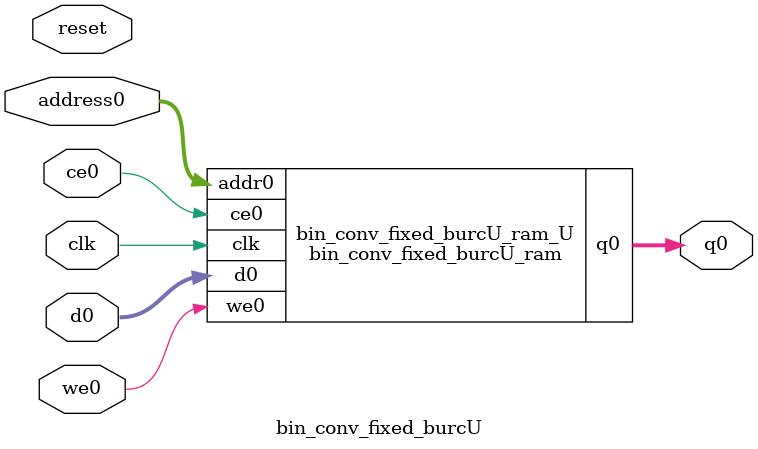
<source format=v>
`timescale 1 ns / 1 ps
module bin_conv_fixed_burcU_ram (addr0, ce0, d0, we0, q0,  clk);

parameter DWIDTH = 12;
parameter AWIDTH = 5;
parameter MEM_SIZE = 32;

input[AWIDTH-1:0] addr0;
input ce0;
input[DWIDTH-1:0] d0;
input we0;
output reg[DWIDTH-1:0] q0;
input clk;

(* ram_style = "distributed" *)reg [DWIDTH-1:0] ram[0:MEM_SIZE-1];




always @(posedge clk)  
begin 
    if (ce0) 
    begin
        if (we0) 
        begin 
            ram[addr0] <= d0; 
        end 
        q0 <= ram[addr0];
    end
end


endmodule

`timescale 1 ns / 1 ps
module bin_conv_fixed_burcU(
    reset,
    clk,
    address0,
    ce0,
    we0,
    d0,
    q0);

parameter DataWidth = 32'd12;
parameter AddressRange = 32'd32;
parameter AddressWidth = 32'd5;
input reset;
input clk;
input[AddressWidth - 1:0] address0;
input ce0;
input we0;
input[DataWidth - 1:0] d0;
output[DataWidth - 1:0] q0;



bin_conv_fixed_burcU_ram bin_conv_fixed_burcU_ram_U(
    .clk( clk ),
    .addr0( address0 ),
    .ce0( ce0 ),
    .we0( we0 ),
    .d0( d0 ),
    .q0( q0 ));

endmodule


</source>
